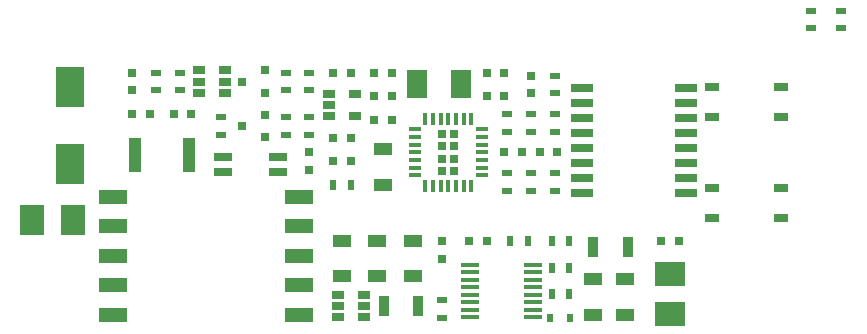
<source format=gtp>
G04 #@! TF.FileFunction,Paste,Top*
%FSLAX46Y46*%
G04 Gerber Fmt 4.6, Leading zero omitted, Abs format (unit mm)*
G04 Created by KiCad (PCBNEW 4.0.2-stable) date Sunday, October 09, 2016 'PMt' 11:06:17 PM*
%MOMM*%
G01*
G04 APERTURE LIST*
%ADD10C,0.100000*%
%ADD11R,1.700000X2.400000*%
%ADD12R,1.500000X0.800000*%
%ADD13R,0.800000X0.750000*%
%ADD14R,1.600000X1.000000*%
%ADD15R,0.750000X0.800000*%
%ADD16R,1.198880X0.800100*%
%ADD17R,0.599440X0.800100*%
%ADD18R,0.797560X0.797560*%
%ADD19R,0.370000X1.000000*%
%ADD20R,1.000000X0.370000*%
%ADD21R,0.637500X0.637500*%
%ADD22R,0.900000X1.700000*%
%ADD23R,0.900000X0.500000*%
%ADD24R,1.060000X0.650000*%
%ADD25R,0.800100X0.800100*%
%ADD26R,0.500000X0.900000*%
%ADD27R,1.600000X0.410000*%
%ADD28R,2.500000X2.000000*%
%ADD29R,2.000000X2.500000*%
%ADD30R,1.910000X0.760000*%
%ADD31R,2.400300X3.500120*%
%ADD32R,1.000000X3.000000*%
%ADD33R,2.400000X1.220000*%
G04 APERTURE END LIST*
D10*
D11*
X37850000Y-9000000D03*
X34150000Y-9000000D03*
D12*
X17650000Y-16385000D03*
X22350000Y-16385000D03*
X17650000Y-15115000D03*
X22350000Y-15115000D03*
D13*
X56250000Y-22250000D03*
X54750000Y-22250000D03*
X41500000Y-8000000D03*
X40000000Y-8000000D03*
X30500000Y-8000000D03*
X32000000Y-8000000D03*
D14*
X27750000Y-25250000D03*
X27750000Y-22250000D03*
D13*
X41500000Y-14750000D03*
X43000000Y-14750000D03*
X40000000Y-10000000D03*
X41500000Y-10000000D03*
X32000000Y-10000000D03*
X30500000Y-10000000D03*
X32000000Y-12000000D03*
X30500000Y-12000000D03*
D15*
X25000000Y-16250000D03*
X25000000Y-14750000D03*
D13*
X11500000Y-11500000D03*
X10000000Y-11500000D03*
X13500000Y-11500000D03*
X15000000Y-11500000D03*
D15*
X43750000Y-8250000D03*
X43750000Y-9750000D03*
D13*
X27000000Y-8000000D03*
X28500000Y-8000000D03*
X27000000Y-13500000D03*
X28500000Y-13500000D03*
X44500000Y-14750000D03*
X46000000Y-14750000D03*
D16*
X59051060Y-9230000D03*
X59053600Y-11770000D03*
X64948940Y-11770000D03*
X64946400Y-9230000D03*
X64948940Y-20270000D03*
X64946400Y-17730000D03*
X59051060Y-17730000D03*
X59053600Y-20270000D03*
D17*
X47100900Y-28750000D03*
X45399100Y-28750000D03*
D18*
X10000000Y-9499300D03*
X10000000Y-8000700D03*
X27000700Y-15500000D03*
X28499300Y-15500000D03*
D19*
X34800000Y-17600000D03*
X35450000Y-17600000D03*
X36100000Y-17600000D03*
X36750000Y-17600000D03*
X37400000Y-17600000D03*
X38050000Y-17600000D03*
X38700000Y-17600000D03*
D20*
X39600000Y-16700000D03*
X39600000Y-16050000D03*
X39600000Y-15400000D03*
X39600000Y-14750000D03*
X39600000Y-14100000D03*
X39600000Y-13450000D03*
X39600000Y-12800000D03*
D19*
X38700000Y-11900000D03*
X38050000Y-11900000D03*
X37400000Y-11900000D03*
X36750000Y-11900000D03*
X36100000Y-11900000D03*
X35450000Y-11900000D03*
X34800000Y-11900000D03*
D20*
X33900000Y-12800000D03*
X33900000Y-13450000D03*
X33900000Y-14100000D03*
X33900000Y-14750000D03*
X33900000Y-15400000D03*
X33900000Y-16050000D03*
X33900000Y-16700000D03*
D21*
X37281250Y-13156250D03*
X36218750Y-13156250D03*
X37281250Y-14218750D03*
X36218750Y-14218750D03*
X37281250Y-15281250D03*
X36218750Y-15281250D03*
X37281250Y-16343750D03*
X36218750Y-16343750D03*
D22*
X51950000Y-22750000D03*
X49050000Y-22750000D03*
D23*
X45750000Y-9750000D03*
X45750000Y-8250000D03*
D24*
X27400000Y-26800000D03*
X27400000Y-27750000D03*
X27400000Y-28700000D03*
X29600000Y-28700000D03*
X29600000Y-26800000D03*
X29600000Y-27750000D03*
X17850000Y-9700000D03*
X17850000Y-8750000D03*
X17850000Y-7800000D03*
X15650000Y-7800000D03*
X15650000Y-9700000D03*
X15650000Y-8750000D03*
D25*
X21250760Y-9700000D03*
X21250760Y-7800000D03*
X19251780Y-8750000D03*
D26*
X45500000Y-24500000D03*
X47000000Y-24500000D03*
X45500000Y-22250000D03*
X47000000Y-22250000D03*
D23*
X45750000Y-18000000D03*
X45750000Y-16500000D03*
X36250000Y-28750000D03*
X36250000Y-27250000D03*
D22*
X31300000Y-27750000D03*
X34200000Y-27750000D03*
D26*
X45500000Y-26750000D03*
X47000000Y-26750000D03*
D23*
X45750000Y-11500000D03*
X45750000Y-13000000D03*
X17500000Y-11750000D03*
X17500000Y-13250000D03*
X25000000Y-11750000D03*
X25000000Y-13250000D03*
X23000000Y-11750000D03*
X23000000Y-13250000D03*
X25000000Y-9500000D03*
X25000000Y-8000000D03*
X12000000Y-8000000D03*
X12000000Y-9500000D03*
X41750000Y-11500000D03*
X41750000Y-13000000D03*
X14000000Y-8000000D03*
X14000000Y-9500000D03*
X43750000Y-11500000D03*
X43750000Y-13000000D03*
X43750000Y-16500000D03*
X43750000Y-18000000D03*
X23000000Y-9500000D03*
X23000000Y-8000000D03*
X70000000Y-4250000D03*
X70000000Y-2750000D03*
X67500000Y-4250000D03*
X67500000Y-2750000D03*
D26*
X28500000Y-17500000D03*
X27000000Y-17500000D03*
D23*
X41750000Y-16500000D03*
X41750000Y-18000000D03*
D25*
X21250760Y-13450000D03*
X21250760Y-11550000D03*
X19251780Y-12500000D03*
D27*
X43904300Y-28722500D03*
X43904300Y-28087500D03*
X43904300Y-27452500D03*
X43904300Y-26817500D03*
X43904300Y-26182500D03*
X43904300Y-25547500D03*
X43904300Y-24912500D03*
X43904300Y-24277500D03*
X38595700Y-24277500D03*
X38595700Y-24912500D03*
X38595700Y-25547500D03*
X38595700Y-26182500D03*
X38595700Y-26817500D03*
X38595700Y-27452500D03*
X38595700Y-28087500D03*
X38595700Y-28722500D03*
D24*
X26650000Y-9800000D03*
X26650000Y-10750000D03*
X26650000Y-11700000D03*
X28850000Y-11700000D03*
X28850000Y-9800000D03*
D28*
X55500000Y-28450000D03*
X55500000Y-25050000D03*
D29*
X4950000Y-20500000D03*
X1550000Y-20500000D03*
D14*
X49000000Y-25500000D03*
X49000000Y-28500000D03*
X31250000Y-17500000D03*
X31250000Y-14500000D03*
X30750000Y-25250000D03*
X30750000Y-22250000D03*
X33750000Y-25250000D03*
X33750000Y-22250000D03*
D15*
X36250000Y-23750000D03*
X36250000Y-22250000D03*
D14*
X51750000Y-25500000D03*
X51750000Y-28500000D03*
D18*
X38500700Y-22250000D03*
X39999300Y-22250000D03*
D26*
X42000000Y-22250000D03*
X43500000Y-22250000D03*
D30*
X48115000Y-9305000D03*
X48115000Y-10575000D03*
X48115000Y-11845000D03*
X48115000Y-13115000D03*
X48115000Y-14385000D03*
X48115000Y-15655000D03*
X48115000Y-16925000D03*
X48115000Y-18195000D03*
X56885000Y-18195000D03*
X56885000Y-16925000D03*
X56885000Y-15655000D03*
X56885000Y-14385000D03*
X56885000Y-13115000D03*
X56885000Y-11845000D03*
X56885000Y-10575000D03*
X56885000Y-9305000D03*
D31*
X4750000Y-9248800D03*
X4750000Y-15751200D03*
D32*
X10200000Y-15000000D03*
X14800000Y-15000000D03*
D33*
X8370000Y-28500000D03*
X24130000Y-28500000D03*
X8370000Y-26000000D03*
X24130000Y-26000000D03*
X8370000Y-23500000D03*
X24130000Y-23500000D03*
X8370000Y-21000000D03*
X24130000Y-21000000D03*
X8370000Y-18500000D03*
X24130000Y-18500000D03*
M02*

</source>
